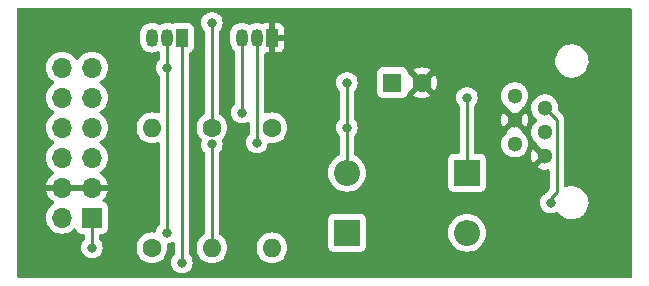
<source format=gbr>
%TF.GenerationSoftware,KiCad,Pcbnew,7.0.7*%
%TF.CreationDate,2023-08-25T15:40:09+02:00*%
%TF.ProjectId,blaat_p1if,626c6161-745f-4703-9169-662e6b696361,rev?*%
%TF.SameCoordinates,Original*%
%TF.FileFunction,Copper,L2,Bot*%
%TF.FilePolarity,Positive*%
%FSLAX46Y46*%
G04 Gerber Fmt 4.6, Leading zero omitted, Abs format (unit mm)*
G04 Created by KiCad (PCBNEW 7.0.7) date 2023-08-25 15:40:09*
%MOMM*%
%LPD*%
G01*
G04 APERTURE LIST*
%TA.AperFunction,ComponentPad*%
%ADD10C,1.300000*%
%TD*%
%TA.AperFunction,ComponentPad*%
%ADD11C,1.600000*%
%TD*%
%TA.AperFunction,ComponentPad*%
%ADD12O,1.600000X1.600000*%
%TD*%
%TA.AperFunction,ComponentPad*%
%ADD13R,1.700000X1.700000*%
%TD*%
%TA.AperFunction,ComponentPad*%
%ADD14O,1.700000X1.700000*%
%TD*%
%TA.AperFunction,ComponentPad*%
%ADD15R,1.600000X1.600000*%
%TD*%
%TA.AperFunction,ComponentPad*%
%ADD16R,1.050000X1.500000*%
%TD*%
%TA.AperFunction,ComponentPad*%
%ADD17O,1.050000X1.500000*%
%TD*%
%TA.AperFunction,ComponentPad*%
%ADD18R,2.200000X2.200000*%
%TD*%
%TA.AperFunction,ComponentPad*%
%ADD19O,2.200000X2.200000*%
%TD*%
%TA.AperFunction,ViaPad*%
%ADD20C,0.800000*%
%TD*%
%TA.AperFunction,Conductor*%
%ADD21C,0.250000*%
%TD*%
G04 APERTURE END LIST*
D10*
%TO.P,J1,1*%
%TO.N,Net-(D2-K)*%
X134860000Y-58250000D03*
%TO.P,J1,2*%
%TO.N,SM_DATA_REQUEST*%
X137400000Y-59270000D03*
%TO.P,J1,3*%
%TO.N,GND*%
X134860000Y-60290000D03*
%TO.P,J1,4*%
%TO.N,unconnected-(J1-Pad4)*%
X137400000Y-61310000D03*
%TO.P,J1,5*%
%TO.N,~{SM_DATA}*%
X134860000Y-62330000D03*
%TO.P,J1,6*%
%TO.N,GND*%
X137400000Y-63350000D03*
%TD*%
D11*
%TO.P,R3,1*%
%TO.N,+5V*%
X114300000Y-60960000D03*
D12*
%TO.P,R3,2*%
%TO.N,CTS*%
X114300000Y-71120000D03*
%TD*%
D13*
%TO.P,J2,1,Pin_1*%
%TO.N,VCC*%
X99060000Y-68580000D03*
D14*
%TO.P,J2,2,Pin_2*%
X96520000Y-68580000D03*
%TO.P,J2,3,Pin_3*%
%TO.N,GND*%
X99060000Y-66040000D03*
%TO.P,J2,4,Pin_4*%
X96520000Y-66040000D03*
%TO.P,J2,5,Pin_5*%
%TO.N,RTS*%
X99060000Y-63500000D03*
%TO.P,J2,6,Pin_6*%
%TO.N,unconnected-(J2-Pin_6-Pad6)*%
X96520000Y-63500000D03*
%TO.P,J2,7,Pin_7*%
%TO.N,MCU_DATA*%
X99060000Y-60960000D03*
%TO.P,J2,8,Pin_8*%
%TO.N,unconnected-(J2-Pin_8-Pad8)*%
X96520000Y-60960000D03*
%TO.P,J2,9,Pin_9*%
%TO.N,TXD*%
X99060000Y-58420000D03*
%TO.P,J2,10,Pin_10*%
%TO.N,unconnected-(J2-Pin_10-Pad10)*%
X96520000Y-58420000D03*
%TO.P,J2,11,Pin_11*%
%TO.N,CTS*%
X99060000Y-55880000D03*
%TO.P,J2,12,Pin_12*%
%TO.N,unconnected-(J2-Pin_12-Pad12)*%
X96520000Y-55880000D03*
%TD*%
D15*
%TO.P,C1,1*%
%TO.N,+5V*%
X124500000Y-57150000D03*
D11*
%TO.P,C1,2*%
%TO.N,GND*%
X127000000Y-57150000D03*
%TD*%
D16*
%TO.P,Q1,1,D*%
%TO.N,Net-(D1-A)*%
X106680000Y-53340000D03*
D17*
%TO.P,Q1,2,G*%
%TO.N,CTS*%
X105410000Y-53340000D03*
%TO.P,Q1,3,S*%
%TO.N,+5V*%
X104140000Y-53340000D03*
%TD*%
D16*
%TO.P,Q2,1,S*%
%TO.N,GND*%
X114300000Y-53340000D03*
D17*
%TO.P,Q2,2,G*%
%TO.N,~{SM_DATA}*%
X113030000Y-53340000D03*
%TO.P,Q2,3,D*%
%TO.N,MCU_DATA*%
X111760000Y-53340000D03*
%TD*%
D12*
%TO.P,R2,2*%
%TO.N,~{SM_DATA}*%
X109220000Y-71120000D03*
D11*
%TO.P,R2,1*%
%TO.N,+5V*%
X109220000Y-60960000D03*
%TD*%
D18*
%TO.P,D2,1,K*%
%TO.N,Net-(D2-K)*%
X130810000Y-64770000D03*
D19*
%TO.P,D2,2,A*%
%TO.N,+5V*%
X120650000Y-64770000D03*
%TD*%
D18*
%TO.P,D1,1,K*%
%TO.N,SM_DATA_REQUEST*%
X120650000Y-69850000D03*
D19*
%TO.P,D1,2,A*%
%TO.N,Net-(D1-A)*%
X130810000Y-69850000D03*
%TD*%
D11*
%TO.P,R1,1*%
%TO.N,VCC*%
X104140000Y-71120000D03*
D12*
%TO.P,R1,2*%
%TO.N,MCU_DATA*%
X104140000Y-60960000D03*
%TD*%
D20*
%TO.N,Net-(D2-K)*%
X130810000Y-58420000D03*
%TO.N,VCC*%
X99060000Y-71120000D03*
%TO.N,+5V*%
X109220000Y-52070000D03*
%TO.N,CTS*%
X105410000Y-55880000D03*
%TO.N,~{SM_DATA}*%
X109220000Y-62359503D03*
%TO.N,CTS*%
X105410000Y-69850000D03*
%TO.N,MCU_DATA*%
X111760000Y-59690000D03*
%TO.N,+5V*%
X120650000Y-60960000D03*
X120650000Y-57150000D03*
%TO.N,~{SM_DATA}*%
X113030000Y-62230000D03*
%TO.N,SM_DATA_REQUEST*%
X137900500Y-67310000D03*
%TO.N,Net-(D1-A)*%
X106680000Y-72390000D03*
%TD*%
D21*
%TO.N,Net-(D2-K)*%
X130810000Y-64770000D02*
X130810000Y-58420000D01*
%TO.N,VCC*%
X99060000Y-71120000D02*
X99060000Y-68580000D01*
%TO.N,+5V*%
X109220000Y-60960000D02*
X109220000Y-52070000D01*
%TO.N,CTS*%
X105410000Y-53340000D02*
X105410000Y-55880000D01*
X105410000Y-55880000D02*
X105410000Y-69850000D01*
%TO.N,~{SM_DATA}*%
X109220000Y-71120000D02*
X109220000Y-62359503D01*
%TO.N,MCU_DATA*%
X111760000Y-59690000D02*
X111760000Y-53340000D01*
%TO.N,+5V*%
X120650000Y-57150000D02*
X120650000Y-60960000D01*
X120650000Y-60960000D02*
X120650000Y-64770000D01*
%TO.N,~{SM_DATA}*%
X113030000Y-62230000D02*
X113030000Y-53340000D01*
%TO.N,SM_DATA_REQUEST*%
X137900500Y-67310000D02*
X137900500Y-66952824D01*
X137900500Y-66952824D02*
X138430000Y-66423324D01*
X138430000Y-66423324D02*
X138430000Y-60300000D01*
X138430000Y-60300000D02*
X137400000Y-59270000D01*
%TO.N,Net-(D1-A)*%
X106680000Y-72390000D02*
X106680000Y-53340000D01*
%TD*%
%TA.AperFunction,Conductor*%
%TO.N,GND*%
G36*
X98513692Y-65809685D02*
G01*
X98559447Y-65862489D01*
X98569391Y-65931647D01*
X98565631Y-65948933D01*
X98560000Y-65968111D01*
X98560000Y-66111889D01*
X98563856Y-66125022D01*
X98565631Y-66131067D01*
X98565630Y-66200936D01*
X98527855Y-66259714D01*
X98464299Y-66288738D01*
X98446653Y-66290000D01*
X97133347Y-66290000D01*
X97066308Y-66270315D01*
X97020553Y-66217511D01*
X97010609Y-66148353D01*
X97014369Y-66131067D01*
X97016143Y-66125022D01*
X97020000Y-66111889D01*
X97020000Y-65968111D01*
X97014368Y-65948933D01*
X97014370Y-65879064D01*
X97052145Y-65820286D01*
X97115701Y-65791262D01*
X97133347Y-65790000D01*
X98446653Y-65790000D01*
X98513692Y-65809685D01*
G37*
%TD.AperFunction*%
%TA.AperFunction,Conductor*%
G36*
X144722539Y-50820185D02*
G01*
X144768294Y-50872989D01*
X144779500Y-50924500D01*
X144779500Y-73535500D01*
X144759815Y-73602539D01*
X144707011Y-73648294D01*
X144655500Y-73659500D01*
X92834500Y-73659500D01*
X92767461Y-73639815D01*
X92721706Y-73587011D01*
X92710500Y-73535500D01*
X92710500Y-68580000D01*
X95164341Y-68580000D01*
X95184936Y-68815403D01*
X95184938Y-68815413D01*
X95246094Y-69043655D01*
X95246096Y-69043659D01*
X95246097Y-69043663D01*
X95282226Y-69121141D01*
X95345965Y-69257830D01*
X95345967Y-69257834D01*
X95387945Y-69317784D01*
X95481505Y-69451401D01*
X95648599Y-69618495D01*
X95745384Y-69686265D01*
X95842165Y-69754032D01*
X95842167Y-69754033D01*
X95842170Y-69754035D01*
X96056337Y-69853903D01*
X96284592Y-69915063D01*
X96461034Y-69930500D01*
X96519999Y-69935659D01*
X96520000Y-69935659D01*
X96520001Y-69935659D01*
X96578966Y-69930500D01*
X96755408Y-69915063D01*
X96983663Y-69853903D01*
X97197830Y-69754035D01*
X97391401Y-69618495D01*
X97513329Y-69496566D01*
X97574648Y-69463084D01*
X97644340Y-69468068D01*
X97700274Y-69509939D01*
X97717189Y-69540917D01*
X97766202Y-69672328D01*
X97766206Y-69672335D01*
X97852452Y-69787544D01*
X97852455Y-69787547D01*
X97967664Y-69873793D01*
X97967671Y-69873797D01*
X98012618Y-69890561D01*
X98102517Y-69924091D01*
X98162127Y-69930500D01*
X98310500Y-69930499D01*
X98377539Y-69950183D01*
X98423294Y-70002987D01*
X98434500Y-70054499D01*
X98434500Y-70421312D01*
X98414815Y-70488351D01*
X98402650Y-70504284D01*
X98327466Y-70587784D01*
X98232821Y-70751715D01*
X98232818Y-70751722D01*
X98186813Y-70893313D01*
X98174326Y-70931744D01*
X98154540Y-71120000D01*
X98174326Y-71308256D01*
X98174327Y-71308259D01*
X98232818Y-71488277D01*
X98232821Y-71488284D01*
X98327467Y-71652216D01*
X98435982Y-71772734D01*
X98454129Y-71792888D01*
X98607265Y-71904148D01*
X98607270Y-71904151D01*
X98780192Y-71981142D01*
X98780197Y-71981144D01*
X98965354Y-72020500D01*
X98965355Y-72020500D01*
X99154644Y-72020500D01*
X99154646Y-72020500D01*
X99339803Y-71981144D01*
X99512730Y-71904151D01*
X99665871Y-71792888D01*
X99792533Y-71652216D01*
X99887179Y-71488284D01*
X99945674Y-71308256D01*
X99965460Y-71120001D01*
X102834532Y-71120001D01*
X102854364Y-71346686D01*
X102854366Y-71346697D01*
X102913258Y-71566488D01*
X102913261Y-71566497D01*
X103009431Y-71772732D01*
X103009432Y-71772734D01*
X103139954Y-71959141D01*
X103300858Y-72120045D01*
X103300861Y-72120047D01*
X103487266Y-72250568D01*
X103693504Y-72346739D01*
X103913308Y-72405635D01*
X104075230Y-72419801D01*
X104139998Y-72425468D01*
X104140000Y-72425468D01*
X104140002Y-72425468D01*
X104196673Y-72420509D01*
X104366692Y-72405635D01*
X104586496Y-72346739D01*
X104792734Y-72250568D01*
X104979139Y-72120047D01*
X105140047Y-71959139D01*
X105270568Y-71772734D01*
X105366739Y-71566496D01*
X105425635Y-71346692D01*
X105445468Y-71120000D01*
X105425635Y-70893308D01*
X105425632Y-70893298D01*
X105425012Y-70889779D01*
X105425188Y-70888199D01*
X105425163Y-70887914D01*
X105425220Y-70887908D01*
X105432752Y-70820340D01*
X105476806Y-70766108D01*
X105521346Y-70746950D01*
X105689803Y-70711144D01*
X105862730Y-70634151D01*
X105862733Y-70634148D01*
X105868363Y-70630899D01*
X105869904Y-70633569D01*
X105922948Y-70614415D01*
X105991062Y-70629980D01*
X106039948Y-70679900D01*
X106054500Y-70738185D01*
X106054500Y-71691312D01*
X106034815Y-71758351D01*
X106022650Y-71774284D01*
X105947466Y-71857784D01*
X105852821Y-72021715D01*
X105852818Y-72021722D01*
X105794327Y-72201740D01*
X105794326Y-72201744D01*
X105774540Y-72390000D01*
X105794326Y-72578256D01*
X105794327Y-72578259D01*
X105852818Y-72758277D01*
X105852821Y-72758284D01*
X105947467Y-72922216D01*
X106074128Y-73062888D01*
X106074129Y-73062888D01*
X106227265Y-73174148D01*
X106227270Y-73174151D01*
X106400192Y-73251142D01*
X106400197Y-73251144D01*
X106585354Y-73290500D01*
X106585355Y-73290500D01*
X106774644Y-73290500D01*
X106774646Y-73290500D01*
X106959803Y-73251144D01*
X107132730Y-73174151D01*
X107285871Y-73062888D01*
X107412533Y-72922216D01*
X107507179Y-72758284D01*
X107565674Y-72578256D01*
X107585460Y-72390000D01*
X107565674Y-72201744D01*
X107507179Y-72021716D01*
X107412533Y-71857784D01*
X107337350Y-71774284D01*
X107307120Y-71711292D01*
X107305500Y-71691312D01*
X107305500Y-71120001D01*
X107914532Y-71120001D01*
X107934364Y-71346686D01*
X107934366Y-71346697D01*
X107993258Y-71566488D01*
X107993261Y-71566497D01*
X108089431Y-71772732D01*
X108089432Y-71772734D01*
X108219954Y-71959141D01*
X108380858Y-72120045D01*
X108380861Y-72120047D01*
X108567266Y-72250568D01*
X108773504Y-72346739D01*
X108993308Y-72405635D01*
X109155230Y-72419801D01*
X109219998Y-72425468D01*
X109220000Y-72425468D01*
X109220002Y-72425468D01*
X109276673Y-72420509D01*
X109446692Y-72405635D01*
X109666496Y-72346739D01*
X109872734Y-72250568D01*
X110059139Y-72120047D01*
X110220047Y-71959139D01*
X110350568Y-71772734D01*
X110446739Y-71566496D01*
X110505635Y-71346692D01*
X110525468Y-71120001D01*
X112994532Y-71120001D01*
X113014364Y-71346686D01*
X113014366Y-71346697D01*
X113073258Y-71566488D01*
X113073261Y-71566497D01*
X113169431Y-71772732D01*
X113169432Y-71772734D01*
X113299954Y-71959141D01*
X113460858Y-72120045D01*
X113460861Y-72120047D01*
X113647266Y-72250568D01*
X113853504Y-72346739D01*
X114073308Y-72405635D01*
X114235230Y-72419801D01*
X114299998Y-72425468D01*
X114300000Y-72425468D01*
X114300002Y-72425468D01*
X114356673Y-72420509D01*
X114526692Y-72405635D01*
X114746496Y-72346739D01*
X114952734Y-72250568D01*
X115139139Y-72120047D01*
X115300047Y-71959139D01*
X115430568Y-71772734D01*
X115526739Y-71566496D01*
X115585635Y-71346692D01*
X115605468Y-71120000D01*
X115594783Y-70997870D01*
X119049500Y-70997870D01*
X119049501Y-70997876D01*
X119055908Y-71057483D01*
X119106202Y-71192328D01*
X119106206Y-71192335D01*
X119192452Y-71307544D01*
X119192455Y-71307547D01*
X119307664Y-71393793D01*
X119307671Y-71393797D01*
X119442517Y-71444091D01*
X119442516Y-71444091D01*
X119449444Y-71444835D01*
X119502127Y-71450500D01*
X121797872Y-71450499D01*
X121857483Y-71444091D01*
X121992331Y-71393796D01*
X122107546Y-71307546D01*
X122193796Y-71192331D01*
X122244091Y-71057483D01*
X122250500Y-70997873D01*
X122250499Y-69849999D01*
X129204551Y-69849999D01*
X129224317Y-70101151D01*
X129283126Y-70346110D01*
X129379533Y-70578859D01*
X129511160Y-70793653D01*
X129511161Y-70793656D01*
X129566604Y-70858571D01*
X129674776Y-70985224D01*
X129823066Y-71111875D01*
X129866343Y-71148838D01*
X129866346Y-71148839D01*
X130081140Y-71280466D01*
X130241011Y-71346686D01*
X130313889Y-71376873D01*
X130558852Y-71435683D01*
X130810000Y-71455449D01*
X131061148Y-71435683D01*
X131306111Y-71376873D01*
X131538859Y-71280466D01*
X131753659Y-71148836D01*
X131945224Y-70985224D01*
X132108836Y-70793659D01*
X132240466Y-70578859D01*
X132336873Y-70346111D01*
X132395683Y-70101148D01*
X132415449Y-69850000D01*
X132395683Y-69598852D01*
X132336873Y-69353889D01*
X132272680Y-69198912D01*
X132240466Y-69121140D01*
X132108839Y-68906346D01*
X132108838Y-68906343D01*
X132031172Y-68815408D01*
X131945224Y-68714776D01*
X131787422Y-68580000D01*
X131753656Y-68551161D01*
X131753653Y-68551160D01*
X131538859Y-68419533D01*
X131306110Y-68323126D01*
X131061151Y-68264317D01*
X130810000Y-68244551D01*
X130558848Y-68264317D01*
X130313889Y-68323126D01*
X130081140Y-68419533D01*
X129866346Y-68551160D01*
X129866343Y-68551161D01*
X129674776Y-68714776D01*
X129511161Y-68906343D01*
X129511160Y-68906346D01*
X129379533Y-69121140D01*
X129283126Y-69353889D01*
X129224317Y-69598848D01*
X129204551Y-69849999D01*
X122250499Y-69849999D01*
X122250499Y-68702128D01*
X122244091Y-68642517D01*
X122220773Y-68579999D01*
X122193797Y-68507671D01*
X122193793Y-68507664D01*
X122107547Y-68392455D01*
X122107544Y-68392452D01*
X121992335Y-68306206D01*
X121992328Y-68306202D01*
X121857482Y-68255908D01*
X121857483Y-68255908D01*
X121797883Y-68249501D01*
X121797881Y-68249500D01*
X121797873Y-68249500D01*
X121797864Y-68249500D01*
X119502129Y-68249500D01*
X119502123Y-68249501D01*
X119442516Y-68255908D01*
X119307671Y-68306202D01*
X119307664Y-68306206D01*
X119192455Y-68392452D01*
X119192452Y-68392455D01*
X119106206Y-68507664D01*
X119106202Y-68507671D01*
X119055908Y-68642517D01*
X119052931Y-68670211D01*
X119049501Y-68702123D01*
X119049500Y-68702135D01*
X119049500Y-70997870D01*
X115594783Y-70997870D01*
X115585635Y-70893308D01*
X115526739Y-70673504D01*
X115430568Y-70467266D01*
X115300047Y-70280861D01*
X115300045Y-70280858D01*
X115139141Y-70119954D01*
X114952734Y-69989432D01*
X114952732Y-69989431D01*
X114746497Y-69893261D01*
X114746488Y-69893258D01*
X114526697Y-69834366D01*
X114526693Y-69834365D01*
X114526692Y-69834365D01*
X114526691Y-69834364D01*
X114526686Y-69834364D01*
X114300002Y-69814532D01*
X114299998Y-69814532D01*
X114073313Y-69834364D01*
X114073302Y-69834366D01*
X113853511Y-69893258D01*
X113853502Y-69893261D01*
X113647267Y-69989431D01*
X113647265Y-69989432D01*
X113460858Y-70119954D01*
X113299954Y-70280858D01*
X113169432Y-70467265D01*
X113169431Y-70467267D01*
X113073261Y-70673502D01*
X113073258Y-70673511D01*
X113014366Y-70893302D01*
X113014364Y-70893313D01*
X112994532Y-71119998D01*
X112994532Y-71120001D01*
X110525468Y-71120001D01*
X110525468Y-71120000D01*
X110505635Y-70893308D01*
X110446739Y-70673504D01*
X110350568Y-70467266D01*
X110220047Y-70280861D01*
X110220045Y-70280858D01*
X110059140Y-70119953D01*
X109898377Y-70007386D01*
X109854752Y-69952809D01*
X109845500Y-69905811D01*
X109845500Y-64770000D01*
X119044551Y-64770000D01*
X119064317Y-65021151D01*
X119123126Y-65266110D01*
X119219533Y-65498859D01*
X119351160Y-65713653D01*
X119351161Y-65713656D01*
X119351164Y-65713659D01*
X119514776Y-65905224D01*
X119659945Y-66029210D01*
X119706343Y-66068838D01*
X119706346Y-66068839D01*
X119921140Y-66200466D01*
X120064179Y-66259714D01*
X120153889Y-66296873D01*
X120398852Y-66355683D01*
X120650000Y-66375449D01*
X120901148Y-66355683D01*
X121146111Y-66296873D01*
X121378859Y-66200466D01*
X121593659Y-66068836D01*
X121770417Y-65917870D01*
X129209500Y-65917870D01*
X129209501Y-65917876D01*
X129215908Y-65977483D01*
X129266202Y-66112328D01*
X129266206Y-66112335D01*
X129352452Y-66227544D01*
X129352455Y-66227547D01*
X129467664Y-66313793D01*
X129467671Y-66313797D01*
X129602517Y-66364091D01*
X129602516Y-66364091D01*
X129609444Y-66364835D01*
X129662127Y-66370500D01*
X131957872Y-66370499D01*
X132017483Y-66364091D01*
X132152331Y-66313796D01*
X132267546Y-66227546D01*
X132353796Y-66112331D01*
X132404091Y-65977483D01*
X132410500Y-65917873D01*
X132410499Y-63622128D01*
X132404091Y-63562517D01*
X132398391Y-63547235D01*
X132353797Y-63427671D01*
X132353793Y-63427664D01*
X132267547Y-63312455D01*
X132267544Y-63312452D01*
X132152335Y-63226206D01*
X132152328Y-63226202D01*
X132017482Y-63175908D01*
X132017483Y-63175908D01*
X131957883Y-63169501D01*
X131957881Y-63169500D01*
X131957873Y-63169500D01*
X131957865Y-63169500D01*
X131559500Y-63169500D01*
X131492461Y-63149815D01*
X131446706Y-63097011D01*
X131435500Y-63045500D01*
X131435500Y-62330000D01*
X133704570Y-62330000D01*
X133724244Y-62542310D01*
X133782596Y-62747392D01*
X133782596Y-62747394D01*
X133877632Y-62938253D01*
X133993090Y-63091142D01*
X134006128Y-63108407D01*
X134163698Y-63252052D01*
X134344981Y-63364298D01*
X134543802Y-63441321D01*
X134753390Y-63480500D01*
X134753392Y-63480500D01*
X134966608Y-63480500D01*
X134966610Y-63480500D01*
X135176198Y-63441321D01*
X135375019Y-63364298D01*
X135556302Y-63252052D01*
X135713872Y-63108407D01*
X135842366Y-62938255D01*
X135845091Y-62932783D01*
X135937403Y-62747394D01*
X135937403Y-62747393D01*
X135937405Y-62747389D01*
X135995756Y-62542310D01*
X136015429Y-62330000D01*
X135995756Y-62117690D01*
X135937405Y-61912611D01*
X135937403Y-61912606D01*
X135937403Y-61912605D01*
X135842367Y-61721746D01*
X135713872Y-61551593D01*
X135648737Y-61492214D01*
X135556302Y-61407948D01*
X135556300Y-61407946D01*
X135556297Y-61407944D01*
X135533340Y-61393729D01*
X135486706Y-61341700D01*
X135481433Y-61310000D01*
X136244571Y-61310000D01*
X136264244Y-61522310D01*
X136320989Y-61721746D01*
X136322596Y-61727392D01*
X136322596Y-61727394D01*
X136417632Y-61918253D01*
X136516359Y-62048987D01*
X136546128Y-62088407D01*
X136703698Y-62232052D01*
X136725632Y-62245633D01*
X136726656Y-62246267D01*
X136773291Y-62298295D01*
X136784552Y-62365983D01*
X136782991Y-62379437D01*
X137216133Y-62812580D01*
X137249618Y-62873903D01*
X137244634Y-62943595D01*
X137202762Y-62999528D01*
X137184748Y-63010745D01*
X137161956Y-63022358D01*
X137161949Y-63022363D01*
X137072363Y-63111949D01*
X137072358Y-63111956D01*
X137060745Y-63134748D01*
X137012770Y-63185544D01*
X136944949Y-63202338D01*
X136878814Y-63179800D01*
X136862580Y-63166133D01*
X136426835Y-62730389D01*
X136418056Y-62742015D01*
X136323066Y-62932783D01*
X136323058Y-62932803D01*
X136264738Y-63137780D01*
X136264737Y-63137783D01*
X136245073Y-63349999D01*
X136245073Y-63350000D01*
X136264737Y-63562216D01*
X136264738Y-63562219D01*
X136323058Y-63767196D01*
X136323066Y-63767216D01*
X136418060Y-63957990D01*
X136426834Y-63969609D01*
X136862579Y-63533865D01*
X136923902Y-63500380D01*
X136993593Y-63505364D01*
X137049527Y-63547235D01*
X137060744Y-63565250D01*
X137072358Y-63588043D01*
X137072363Y-63588050D01*
X137161949Y-63677636D01*
X137161951Y-63677637D01*
X137161955Y-63677641D01*
X137184747Y-63689254D01*
X137235542Y-63737228D01*
X137252337Y-63805049D01*
X137229799Y-63871184D01*
X137216132Y-63887419D01*
X136782991Y-64320560D01*
X136782992Y-64320561D01*
X136885201Y-64383845D01*
X136885210Y-64383850D01*
X137083936Y-64460836D01*
X137083941Y-64460837D01*
X137293439Y-64500000D01*
X137506561Y-64500000D01*
X137657715Y-64471744D01*
X137727230Y-64478775D01*
X137781908Y-64522272D01*
X137804391Y-64588426D01*
X137804500Y-64593633D01*
X137804500Y-66112871D01*
X137784815Y-66179910D01*
X137768181Y-66200552D01*
X137516711Y-66452021D01*
X137504448Y-66461846D01*
X137504631Y-66462068D01*
X137498621Y-66467039D01*
X137451272Y-66517460D01*
X137436802Y-66531930D01*
X137422006Y-66544567D01*
X137294629Y-66637111D01*
X137167966Y-66777785D01*
X137073321Y-66941715D01*
X137073318Y-66941722D01*
X137029005Y-67078105D01*
X137014826Y-67121744D01*
X136995040Y-67310000D01*
X137014826Y-67498256D01*
X137014827Y-67498259D01*
X137073318Y-67678277D01*
X137073321Y-67678284D01*
X137167967Y-67842216D01*
X137221951Y-67902171D01*
X137294629Y-67982888D01*
X137447765Y-68094148D01*
X137447770Y-68094151D01*
X137620692Y-68171142D01*
X137620697Y-68171144D01*
X137805854Y-68210500D01*
X137805855Y-68210500D01*
X137995144Y-68210500D01*
X137995146Y-68210500D01*
X138180303Y-68171144D01*
X138303405Y-68116335D01*
X138353228Y-68094152D01*
X138353228Y-68094151D01*
X138353230Y-68094151D01*
X138372688Y-68080013D01*
X138438492Y-68056533D01*
X138506547Y-68072357D01*
X138551163Y-68115315D01*
X138551797Y-68116344D01*
X138569931Y-68145795D01*
X138727436Y-68324755D01*
X138912920Y-68474523D01*
X139121046Y-68590790D01*
X139345828Y-68670211D01*
X139345829Y-68670211D01*
X139580790Y-68710499D01*
X139580798Y-68710499D01*
X139580800Y-68710500D01*
X139580801Y-68710500D01*
X139759502Y-68710500D01*
X139937536Y-68695347D01*
X139937539Y-68695346D01*
X139937541Y-68695346D01*
X140168249Y-68635275D01*
X140300973Y-68575279D01*
X140385480Y-68537080D01*
X140385481Y-68537078D01*
X140385486Y-68537077D01*
X140583003Y-68403579D01*
X140755118Y-68238621D01*
X140896879Y-68046947D01*
X141004207Y-67834074D01*
X141074016Y-67606123D01*
X141104298Y-67369654D01*
X141103747Y-67356692D01*
X141094180Y-67131471D01*
X141094180Y-67131467D01*
X141043954Y-66898419D01*
X140955064Y-66677211D01*
X140955064Y-66677210D01*
X140830069Y-66474205D01*
X140672564Y-66295245D01*
X140487080Y-66145477D01*
X140349891Y-66068838D01*
X140278955Y-66029210D01*
X140054170Y-65949788D01*
X139819209Y-65909500D01*
X139819200Y-65909500D01*
X139640503Y-65909500D01*
X139640498Y-65909500D01*
X139462463Y-65924652D01*
X139231751Y-65984724D01*
X139230562Y-65985262D01*
X139230013Y-65985338D01*
X139226789Y-65986478D01*
X139226557Y-65985821D01*
X139161365Y-65994930D01*
X139097925Y-65965652D01*
X139060385Y-65906724D01*
X139055500Y-65872263D01*
X139055500Y-60382742D01*
X139057224Y-60367122D01*
X139056939Y-60367096D01*
X139057671Y-60359340D01*
X139057673Y-60359333D01*
X139055500Y-60290185D01*
X139055500Y-60260650D01*
X139054631Y-60253772D01*
X139054172Y-60247943D01*
X139052709Y-60201372D01*
X139047122Y-60182144D01*
X139043174Y-60163084D01*
X139040663Y-60143204D01*
X139023512Y-60099887D01*
X139021619Y-60094358D01*
X139008618Y-60049609D01*
X139008616Y-60049606D01*
X138998423Y-60032371D01*
X138989861Y-60014894D01*
X138982487Y-59996270D01*
X138982486Y-59996268D01*
X138955079Y-59958545D01*
X138951888Y-59953686D01*
X138950148Y-59950744D01*
X138932857Y-59921505D01*
X138928172Y-59913583D01*
X138928165Y-59913574D01*
X138914006Y-59899415D01*
X138901368Y-59884619D01*
X138896745Y-59878256D01*
X138889594Y-59868413D01*
X138853688Y-59838709D01*
X138849376Y-59834786D01*
X138573621Y-59559030D01*
X138540136Y-59497707D01*
X138537831Y-59459912D01*
X138555429Y-59270000D01*
X138535756Y-59057690D01*
X138477405Y-58852611D01*
X138477403Y-58852606D01*
X138477403Y-58852605D01*
X138382367Y-58661746D01*
X138253872Y-58491593D01*
X138201765Y-58444091D01*
X138096302Y-58347948D01*
X137915019Y-58235702D01*
X137915017Y-58235701D01*
X137783072Y-58184586D01*
X137716198Y-58158679D01*
X137506610Y-58119500D01*
X137293390Y-58119500D01*
X137083802Y-58158679D01*
X137083799Y-58158679D01*
X137083799Y-58158680D01*
X136884982Y-58235701D01*
X136884980Y-58235702D01*
X136703699Y-58347947D01*
X136546127Y-58491593D01*
X136417632Y-58661746D01*
X136322596Y-58852605D01*
X136322596Y-58852607D01*
X136264244Y-59057689D01*
X136260525Y-59097830D01*
X136244571Y-59270000D01*
X136264244Y-59482310D01*
X136306536Y-59630950D01*
X136322596Y-59687392D01*
X136322596Y-59687394D01*
X136417632Y-59878253D01*
X136534018Y-60032371D01*
X136546128Y-60048407D01*
X136703698Y-60192052D01*
X136703699Y-60192053D01*
X136707935Y-60195914D01*
X136706858Y-60197095D01*
X136744007Y-60247172D01*
X136748688Y-60316885D01*
X136714937Y-60378062D01*
X136706984Y-60384952D01*
X136546127Y-60531593D01*
X136417632Y-60701746D01*
X136322596Y-60892605D01*
X136322596Y-60892607D01*
X136303421Y-60960001D01*
X136264244Y-61097690D01*
X136244571Y-61310000D01*
X135481433Y-61310000D01*
X135475446Y-61274013D01*
X135477006Y-61260560D01*
X135043866Y-60827419D01*
X135010381Y-60766096D01*
X135015365Y-60696404D01*
X135057237Y-60640471D01*
X135075245Y-60629258D01*
X135098045Y-60617641D01*
X135187641Y-60528045D01*
X135199254Y-60505252D01*
X135247225Y-60454458D01*
X135315046Y-60437661D01*
X135381181Y-60460197D01*
X135397419Y-60473866D01*
X135833163Y-60909610D01*
X135841935Y-60897996D01*
X135841938Y-60897991D01*
X135936935Y-60707211D01*
X135936941Y-60707196D01*
X135995261Y-60502219D01*
X135995262Y-60502216D01*
X136014927Y-60290000D01*
X136014927Y-60289999D01*
X135995262Y-60077783D01*
X135995261Y-60077780D01*
X135936941Y-59872803D01*
X135936933Y-59872783D01*
X135841940Y-59682010D01*
X135833163Y-59670388D01*
X135397419Y-60106132D01*
X135336096Y-60139617D01*
X135266404Y-60134633D01*
X135210471Y-60092761D01*
X135199256Y-60074751D01*
X135187641Y-60051955D01*
X135187637Y-60051951D01*
X135187636Y-60051949D01*
X135098050Y-59962363D01*
X135098046Y-59962360D01*
X135098045Y-59962359D01*
X135090615Y-59958573D01*
X135075250Y-59950744D01*
X135024454Y-59902769D01*
X135007660Y-59834948D01*
X135030198Y-59768813D01*
X135043865Y-59752579D01*
X135477006Y-59319438D01*
X135475446Y-59305985D01*
X135487273Y-59237123D01*
X135533342Y-59186268D01*
X135556302Y-59172052D01*
X135713872Y-59028407D01*
X135842366Y-58858255D01*
X135937405Y-58667389D01*
X135995756Y-58462310D01*
X136015429Y-58250000D01*
X135995756Y-58037690D01*
X135937405Y-57832611D01*
X135937403Y-57832606D01*
X135937403Y-57832605D01*
X135842367Y-57641746D01*
X135713872Y-57471593D01*
X135622230Y-57388050D01*
X135556302Y-57327948D01*
X135375019Y-57215702D01*
X135375017Y-57215701D01*
X135205421Y-57150000D01*
X135176198Y-57138679D01*
X134966610Y-57099500D01*
X134753390Y-57099500D01*
X134543802Y-57138679D01*
X134543799Y-57138679D01*
X134543799Y-57138680D01*
X134344982Y-57215701D01*
X134344980Y-57215702D01*
X134163699Y-57327947D01*
X134006127Y-57471593D01*
X133877632Y-57641746D01*
X133782596Y-57832605D01*
X133782596Y-57832607D01*
X133724244Y-58037689D01*
X133704570Y-58249999D01*
X133704570Y-58250000D01*
X133716271Y-58376265D01*
X133724244Y-58462310D01*
X133780989Y-58661746D01*
X133782596Y-58667392D01*
X133782596Y-58667394D01*
X133877632Y-58858253D01*
X133978115Y-58991312D01*
X134006128Y-59028407D01*
X134163698Y-59172052D01*
X134186653Y-59186265D01*
X134186656Y-59186267D01*
X134233291Y-59238295D01*
X134244552Y-59305983D01*
X134242991Y-59319437D01*
X134676133Y-59752580D01*
X134709618Y-59813903D01*
X134704634Y-59883595D01*
X134662762Y-59939528D01*
X134644748Y-59950745D01*
X134621956Y-59962358D01*
X134621949Y-59962363D01*
X134532363Y-60051949D01*
X134532358Y-60051956D01*
X134520745Y-60074748D01*
X134472770Y-60125544D01*
X134404949Y-60142338D01*
X134338814Y-60119800D01*
X134322580Y-60106133D01*
X133886835Y-59670389D01*
X133878056Y-59682015D01*
X133783066Y-59872783D01*
X133783058Y-59872803D01*
X133724738Y-60077780D01*
X133724737Y-60077783D01*
X133705073Y-60289999D01*
X133705073Y-60290000D01*
X133724737Y-60502216D01*
X133724738Y-60502219D01*
X133783058Y-60707196D01*
X133783066Y-60707216D01*
X133878060Y-60897990D01*
X133886834Y-60909609D01*
X134322579Y-60473865D01*
X134383902Y-60440380D01*
X134453593Y-60445364D01*
X134509527Y-60487235D01*
X134520744Y-60505250D01*
X134528209Y-60519900D01*
X134532358Y-60528044D01*
X134532363Y-60528050D01*
X134621949Y-60617636D01*
X134621951Y-60617637D01*
X134621955Y-60617641D01*
X134644747Y-60629254D01*
X134695542Y-60677228D01*
X134712337Y-60745049D01*
X134689799Y-60811184D01*
X134676132Y-60827419D01*
X134242991Y-61260561D01*
X134244552Y-61274016D01*
X134232724Y-61342877D01*
X134186659Y-61393730D01*
X134163700Y-61407946D01*
X134006127Y-61551593D01*
X133877632Y-61721746D01*
X133782596Y-61912605D01*
X133782596Y-61912607D01*
X133724244Y-62117689D01*
X133704570Y-62329999D01*
X133704570Y-62330000D01*
X131435500Y-62330000D01*
X131435500Y-59118687D01*
X131455185Y-59051648D01*
X131467350Y-59035715D01*
X131507330Y-58991312D01*
X131542533Y-58952216D01*
X131637179Y-58788284D01*
X131695674Y-58608256D01*
X131715460Y-58420000D01*
X131695674Y-58231744D01*
X131637179Y-58051716D01*
X131542533Y-57887784D01*
X131415871Y-57747112D01*
X131415870Y-57747111D01*
X131262734Y-57635851D01*
X131262729Y-57635848D01*
X131089807Y-57558857D01*
X131089802Y-57558855D01*
X130944001Y-57527865D01*
X130904646Y-57519500D01*
X130715354Y-57519500D01*
X130682897Y-57526398D01*
X130530197Y-57558855D01*
X130530192Y-57558857D01*
X130357270Y-57635848D01*
X130357265Y-57635851D01*
X130204129Y-57747111D01*
X130077466Y-57887785D01*
X129982821Y-58051715D01*
X129982818Y-58051722D01*
X129925209Y-58229025D01*
X129924326Y-58231744D01*
X129904540Y-58420000D01*
X129924326Y-58608256D01*
X129924327Y-58608259D01*
X129982818Y-58788277D01*
X129982821Y-58788284D01*
X130077467Y-58952216D01*
X130112670Y-58991312D01*
X130152650Y-59035715D01*
X130182880Y-59098706D01*
X130184500Y-59118687D01*
X130184500Y-63045500D01*
X130164815Y-63112539D01*
X130112011Y-63158294D01*
X130060500Y-63169500D01*
X129662129Y-63169500D01*
X129662123Y-63169501D01*
X129602516Y-63175908D01*
X129467671Y-63226202D01*
X129467664Y-63226206D01*
X129352455Y-63312452D01*
X129352452Y-63312455D01*
X129266206Y-63427664D01*
X129266202Y-63427671D01*
X129215908Y-63562517D01*
X129209501Y-63622116D01*
X129209501Y-63622123D01*
X129209500Y-63622135D01*
X129209500Y-65917870D01*
X121770417Y-65917870D01*
X121785224Y-65905224D01*
X121948836Y-65713659D01*
X122080466Y-65498859D01*
X122176873Y-65266111D01*
X122235683Y-65021148D01*
X122255449Y-64770000D01*
X122235683Y-64518852D01*
X122176873Y-64273889D01*
X122080466Y-64041141D01*
X122080466Y-64041140D01*
X121948839Y-63826346D01*
X121948838Y-63826343D01*
X121898321Y-63767196D01*
X121785224Y-63634776D01*
X121627422Y-63500000D01*
X121593656Y-63471161D01*
X121593653Y-63471160D01*
X121378861Y-63339534D01*
X121352045Y-63328427D01*
X121297642Y-63284585D01*
X121275578Y-63218291D01*
X121275500Y-63213922D01*
X121275500Y-61658683D01*
X121295184Y-61591648D01*
X121307350Y-61575714D01*
X121347330Y-61531312D01*
X121382533Y-61492216D01*
X121477179Y-61328284D01*
X121535674Y-61148256D01*
X121555460Y-60960000D01*
X121535674Y-60771744D01*
X121477179Y-60591716D01*
X121382533Y-60427784D01*
X121307350Y-60344284D01*
X121277120Y-60281292D01*
X121275500Y-60261312D01*
X121275500Y-57997870D01*
X123199500Y-57997870D01*
X123199501Y-57997876D01*
X123205908Y-58057483D01*
X123256202Y-58192328D01*
X123256206Y-58192335D01*
X123342452Y-58307544D01*
X123342455Y-58307547D01*
X123457664Y-58393793D01*
X123457671Y-58393797D01*
X123592517Y-58444091D01*
X123592516Y-58444091D01*
X123599444Y-58444835D01*
X123652127Y-58450500D01*
X125347872Y-58450499D01*
X125407483Y-58444091D01*
X125542331Y-58393796D01*
X125657546Y-58307546D01*
X125743796Y-58192331D01*
X125794091Y-58057483D01*
X125800500Y-57997873D01*
X125800499Y-57997845D01*
X125800678Y-57994547D01*
X125802183Y-57994627D01*
X125820112Y-57933326D01*
X125872868Y-57887514D01*
X125916464Y-57879981D01*
X126462580Y-57333865D01*
X126523903Y-57300380D01*
X126593594Y-57305364D01*
X126649528Y-57347235D01*
X126660742Y-57365246D01*
X126666527Y-57376599D01*
X126672358Y-57388044D01*
X126672363Y-57388050D01*
X126761949Y-57477636D01*
X126761951Y-57477637D01*
X126761955Y-57477641D01*
X126784747Y-57489254D01*
X126835542Y-57537228D01*
X126852337Y-57605049D01*
X126829799Y-57671184D01*
X126816132Y-57687419D01*
X126274526Y-58229025D01*
X126274526Y-58229026D01*
X126347512Y-58280131D01*
X126347516Y-58280133D01*
X126553673Y-58376265D01*
X126553682Y-58376269D01*
X126773389Y-58435139D01*
X126773400Y-58435141D01*
X126999998Y-58454966D01*
X127000002Y-58454966D01*
X127226599Y-58435141D01*
X127226610Y-58435139D01*
X127446317Y-58376269D01*
X127446331Y-58376264D01*
X127652478Y-58280136D01*
X127725472Y-58229025D01*
X127183866Y-57687419D01*
X127150381Y-57626096D01*
X127155365Y-57556404D01*
X127197237Y-57500471D01*
X127215245Y-57489258D01*
X127238045Y-57477641D01*
X127327641Y-57388045D01*
X127339254Y-57365252D01*
X127387225Y-57314458D01*
X127455046Y-57297661D01*
X127521181Y-57320197D01*
X127537419Y-57333866D01*
X128079025Y-57875472D01*
X128130136Y-57802478D01*
X128226264Y-57596331D01*
X128226269Y-57596317D01*
X128285139Y-57376610D01*
X128285141Y-57376599D01*
X128304966Y-57150002D01*
X128304966Y-57149997D01*
X128285141Y-56923400D01*
X128285139Y-56923389D01*
X128226269Y-56703682D01*
X128226265Y-56703673D01*
X128130133Y-56497516D01*
X128130131Y-56497512D01*
X128079026Y-56424526D01*
X128079025Y-56424526D01*
X127537419Y-56966132D01*
X127476096Y-56999617D01*
X127406404Y-56994633D01*
X127350471Y-56952761D01*
X127339256Y-56934751D01*
X127327641Y-56911955D01*
X127327637Y-56911951D01*
X127327636Y-56911949D01*
X127238050Y-56822363D01*
X127238044Y-56822358D01*
X127228109Y-56817296D01*
X127215250Y-56810744D01*
X127164456Y-56762773D01*
X127147660Y-56694952D01*
X127170197Y-56628817D01*
X127183865Y-56612580D01*
X127725472Y-56070973D01*
X127652483Y-56019866D01*
X127652481Y-56019865D01*
X127446326Y-55923734D01*
X127446317Y-55923730D01*
X127226610Y-55864860D01*
X127226599Y-55864858D01*
X127000002Y-55845034D01*
X126999998Y-55845034D01*
X126773400Y-55864858D01*
X126773389Y-55864860D01*
X126553682Y-55923730D01*
X126553673Y-55923734D01*
X126347513Y-56019868D01*
X126274526Y-56070973D01*
X126816133Y-56612580D01*
X126849618Y-56673903D01*
X126844634Y-56743595D01*
X126802762Y-56799528D01*
X126784748Y-56810745D01*
X126761956Y-56822358D01*
X126761949Y-56822363D01*
X126672363Y-56911949D01*
X126672358Y-56911956D01*
X126660745Y-56934748D01*
X126612770Y-56985544D01*
X126544949Y-57002338D01*
X126478814Y-56979800D01*
X126462580Y-56966133D01*
X125915797Y-56419351D01*
X125866804Y-56409505D01*
X125816622Y-56360889D01*
X125802011Y-56305364D01*
X125800900Y-56305423D01*
X125800854Y-56305429D01*
X125800853Y-56305426D01*
X125800676Y-56305436D01*
X125800499Y-56302135D01*
X125800499Y-56302128D01*
X125794091Y-56242517D01*
X125758016Y-56145796D01*
X125743797Y-56107671D01*
X125743793Y-56107664D01*
X125657547Y-55992455D01*
X125657544Y-55992452D01*
X125542335Y-55906206D01*
X125542328Y-55906202D01*
X125407482Y-55855908D01*
X125407483Y-55855908D01*
X125347883Y-55849501D01*
X125347881Y-55849500D01*
X125347873Y-55849500D01*
X125347864Y-55849500D01*
X123652129Y-55849500D01*
X123652123Y-55849501D01*
X123592516Y-55855908D01*
X123457671Y-55906202D01*
X123457664Y-55906206D01*
X123342455Y-55992452D01*
X123342452Y-55992455D01*
X123256206Y-56107664D01*
X123256202Y-56107671D01*
X123205908Y-56242517D01*
X123199501Y-56302116D01*
X123199501Y-56302123D01*
X123199500Y-56302135D01*
X123199500Y-57997870D01*
X121275500Y-57997870D01*
X121275500Y-57848687D01*
X121295185Y-57781648D01*
X121307350Y-57765715D01*
X121328549Y-57742171D01*
X121382533Y-57682216D01*
X121477179Y-57518284D01*
X121535674Y-57338256D01*
X121555460Y-57150000D01*
X121535674Y-56961744D01*
X121477179Y-56781716D01*
X121382533Y-56617784D01*
X121255871Y-56477112D01*
X121252308Y-56474523D01*
X121102734Y-56365851D01*
X121102729Y-56365848D01*
X120929807Y-56288857D01*
X120929802Y-56288855D01*
X120784001Y-56257865D01*
X120744646Y-56249500D01*
X120555354Y-56249500D01*
X120522897Y-56256398D01*
X120370197Y-56288855D01*
X120370192Y-56288857D01*
X120197270Y-56365848D01*
X120197265Y-56365851D01*
X120044129Y-56477111D01*
X119917466Y-56617785D01*
X119822821Y-56781715D01*
X119822818Y-56781722D01*
X119764327Y-56961740D01*
X119764326Y-56961744D01*
X119744540Y-57150000D01*
X119764326Y-57338256D01*
X119764327Y-57338259D01*
X119822818Y-57518277D01*
X119822821Y-57518284D01*
X119917467Y-57682216D01*
X119960772Y-57730310D01*
X119992650Y-57765715D01*
X120022880Y-57828706D01*
X120024500Y-57848687D01*
X120024500Y-60261312D01*
X120004815Y-60328351D01*
X119992650Y-60344284D01*
X119917466Y-60427784D01*
X119822821Y-60591715D01*
X119822818Y-60591722D01*
X119766161Y-60766096D01*
X119764326Y-60771744D01*
X119744540Y-60960000D01*
X119764326Y-61148256D01*
X119764327Y-61148259D01*
X119822818Y-61328277D01*
X119822821Y-61328284D01*
X119917467Y-61492216D01*
X119944564Y-61522310D01*
X119992650Y-61575715D01*
X120022880Y-61638706D01*
X120024500Y-61658687D01*
X120024500Y-63213866D01*
X120004815Y-63280905D01*
X119952011Y-63326660D01*
X119947955Y-63328426D01*
X119921142Y-63339532D01*
X119921141Y-63339533D01*
X119706346Y-63471160D01*
X119706343Y-63471161D01*
X119514776Y-63634776D01*
X119351161Y-63826343D01*
X119351160Y-63826346D01*
X119219533Y-64041140D01*
X119123126Y-64273889D01*
X119064317Y-64518848D01*
X119044551Y-64770000D01*
X109845500Y-64770000D01*
X109845500Y-63058190D01*
X109865185Y-62991151D01*
X109877350Y-62975218D01*
X109915558Y-62932783D01*
X109952533Y-62891719D01*
X110047179Y-62727787D01*
X110105674Y-62547759D01*
X110125460Y-62359503D01*
X110105674Y-62171247D01*
X110065947Y-62048983D01*
X110063953Y-61979146D01*
X110096195Y-61922990D01*
X110220047Y-61799139D01*
X110350568Y-61612734D01*
X110446739Y-61406496D01*
X110505635Y-61186692D01*
X110525468Y-60960000D01*
X110505635Y-60733308D01*
X110446739Y-60513504D01*
X110350568Y-60307266D01*
X110220047Y-60120861D01*
X110220045Y-60120858D01*
X110059140Y-59959953D01*
X109898377Y-59847386D01*
X109854752Y-59792809D01*
X109845500Y-59745811D01*
X109845500Y-53615376D01*
X110734500Y-53615376D01*
X110749337Y-53766031D01*
X110807978Y-53959345D01*
X110903198Y-54137488D01*
X110903201Y-54137492D01*
X110903202Y-54137494D01*
X110952342Y-54197372D01*
X111031352Y-54293646D01*
X111089164Y-54341091D01*
X111128499Y-54398837D01*
X111134500Y-54436945D01*
X111134500Y-58991312D01*
X111114815Y-59058351D01*
X111102650Y-59074284D01*
X111027466Y-59157784D01*
X110932821Y-59321715D01*
X110932818Y-59321722D01*
X110874327Y-59501740D01*
X110874326Y-59501744D01*
X110854540Y-59690000D01*
X110874326Y-59878256D01*
X110874327Y-59878259D01*
X110932818Y-60058277D01*
X110932821Y-60058284D01*
X111027467Y-60222216D01*
X111105529Y-60308912D01*
X111154129Y-60362888D01*
X111307265Y-60474148D01*
X111307270Y-60474151D01*
X111480192Y-60551142D01*
X111480197Y-60551144D01*
X111665354Y-60590500D01*
X111665355Y-60590500D01*
X111854644Y-60590500D01*
X111854646Y-60590500D01*
X112039803Y-60551144D01*
X112212730Y-60474151D01*
X112212733Y-60474148D01*
X112218363Y-60470899D01*
X112219904Y-60473569D01*
X112272948Y-60454415D01*
X112341062Y-60469980D01*
X112389948Y-60519900D01*
X112404500Y-60578185D01*
X112404500Y-61531312D01*
X112384815Y-61598351D01*
X112372650Y-61614284D01*
X112297466Y-61697784D01*
X112202821Y-61861715D01*
X112202818Y-61861722D01*
X112144327Y-62041740D01*
X112144326Y-62041744D01*
X112124540Y-62230000D01*
X112144326Y-62418256D01*
X112144327Y-62418259D01*
X112202818Y-62598277D01*
X112202821Y-62598284D01*
X112297467Y-62762216D01*
X112414072Y-62891719D01*
X112424129Y-62902888D01*
X112577265Y-63014148D01*
X112577270Y-63014151D01*
X112750192Y-63091142D01*
X112750197Y-63091144D01*
X112935354Y-63130500D01*
X112935355Y-63130500D01*
X113124644Y-63130500D01*
X113124646Y-63130500D01*
X113309803Y-63091144D01*
X113482730Y-63014151D01*
X113635871Y-62902888D01*
X113762533Y-62762216D01*
X113857179Y-62598284D01*
X113915674Y-62418256D01*
X113922462Y-62353669D01*
X113949045Y-62289057D01*
X114006342Y-62249072D01*
X114067613Y-62246737D01*
X114067974Y-62244694D01*
X114073298Y-62245632D01*
X114073308Y-62245635D01*
X114235230Y-62259801D01*
X114299998Y-62265468D01*
X114300000Y-62265468D01*
X114300002Y-62265468D01*
X114356673Y-62260509D01*
X114526692Y-62245635D01*
X114746496Y-62186739D01*
X114952734Y-62090568D01*
X115139139Y-61960047D01*
X115300047Y-61799139D01*
X115430568Y-61612734D01*
X115526739Y-61406496D01*
X115585635Y-61186692D01*
X115605468Y-60960000D01*
X115585635Y-60733308D01*
X115526739Y-60513504D01*
X115430568Y-60307266D01*
X115300047Y-60120861D01*
X115300045Y-60120858D01*
X115139141Y-59959954D01*
X114952734Y-59829432D01*
X114952732Y-59829431D01*
X114746497Y-59733261D01*
X114746488Y-59733258D01*
X114526697Y-59674366D01*
X114526693Y-59674365D01*
X114526692Y-59674365D01*
X114526691Y-59674364D01*
X114526686Y-59674364D01*
X114300002Y-59654532D01*
X114299998Y-59654532D01*
X114073313Y-59674364D01*
X114073302Y-59674366D01*
X113853511Y-59733258D01*
X113853496Y-59733264D01*
X113831899Y-59743334D01*
X113762821Y-59753823D01*
X113699038Y-59725301D01*
X113660801Y-59666822D01*
X113655499Y-59630956D01*
X113655499Y-55250346D01*
X138295702Y-55250346D01*
X138305819Y-55488528D01*
X138305819Y-55488532D01*
X138356045Y-55721580D01*
X138444935Y-55942788D01*
X138444936Y-55942790D01*
X138569931Y-56145795D01*
X138727436Y-56324755D01*
X138912920Y-56474523D01*
X139121046Y-56590790D01*
X139228673Y-56628817D01*
X139345829Y-56670211D01*
X139580790Y-56710499D01*
X139580798Y-56710499D01*
X139580800Y-56710500D01*
X139580801Y-56710500D01*
X139759502Y-56710500D01*
X139937536Y-56695347D01*
X139937539Y-56695346D01*
X139937541Y-56695346D01*
X140168249Y-56635275D01*
X140339567Y-56557834D01*
X140385480Y-56537080D01*
X140385481Y-56537078D01*
X140385486Y-56537077D01*
X140583003Y-56403579D01*
X140755118Y-56238621D01*
X140896879Y-56046947D01*
X141004207Y-55834074D01*
X141074016Y-55606123D01*
X141104298Y-55369654D01*
X141094180Y-55131468D01*
X141043954Y-54898419D01*
X140955064Y-54677210D01*
X140830069Y-54474205D01*
X140672564Y-54295245D01*
X140487080Y-54145477D01*
X140373130Y-54081820D01*
X140278955Y-54029210D01*
X140054170Y-53949788D01*
X139819209Y-53909500D01*
X139819200Y-53909500D01*
X139640503Y-53909500D01*
X139640498Y-53909500D01*
X139462463Y-53924652D01*
X139231751Y-53984724D01*
X139014519Y-54082919D01*
X139014511Y-54082924D01*
X138817006Y-54216413D01*
X138816997Y-54216421D01*
X138644881Y-54381379D01*
X138503123Y-54573050D01*
X138503120Y-54573054D01*
X138395796Y-54785920D01*
X138395793Y-54785926D01*
X138325983Y-55013878D01*
X138295702Y-55250346D01*
X113655499Y-55250346D01*
X113655499Y-54713999D01*
X113675184Y-54646961D01*
X113727988Y-54601206D01*
X113779499Y-54590000D01*
X114050000Y-54590000D01*
X114050000Y-53824330D01*
X114069685Y-53757291D01*
X114122489Y-53711536D01*
X114191647Y-53701592D01*
X114214262Y-53707048D01*
X114237424Y-53715000D01*
X114331072Y-53715000D01*
X114331073Y-53715000D01*
X114405592Y-53702565D01*
X114474955Y-53710947D01*
X114528777Y-53755500D01*
X114549968Y-53822078D01*
X114550000Y-53824874D01*
X114550000Y-54590000D01*
X114872828Y-54590000D01*
X114872844Y-54589999D01*
X114932372Y-54583598D01*
X114932379Y-54583596D01*
X115067086Y-54533354D01*
X115067093Y-54533350D01*
X115182187Y-54447190D01*
X115182190Y-54447187D01*
X115268350Y-54332093D01*
X115268354Y-54332086D01*
X115318596Y-54197379D01*
X115318598Y-54197372D01*
X115324999Y-54137844D01*
X115325000Y-54137827D01*
X115325000Y-53590000D01*
X114788192Y-53590000D01*
X114721153Y-53570315D01*
X114675398Y-53517511D01*
X114665454Y-53448353D01*
X114667987Y-53435559D01*
X114668551Y-53433329D01*
X114678886Y-53308605D01*
X114662637Y-53244440D01*
X114665262Y-53174619D01*
X114705219Y-53117302D01*
X114769820Y-53090686D01*
X114782843Y-53090000D01*
X115324999Y-53090000D01*
X115325000Y-52542172D01*
X115324999Y-52542155D01*
X115318598Y-52482627D01*
X115318596Y-52482620D01*
X115268354Y-52347913D01*
X115268350Y-52347906D01*
X115182190Y-52232812D01*
X115182187Y-52232809D01*
X115067093Y-52146649D01*
X115067086Y-52146645D01*
X114932379Y-52096403D01*
X114932372Y-52096401D01*
X114872844Y-52090000D01*
X114550000Y-52090000D01*
X114550000Y-52855669D01*
X114530315Y-52922708D01*
X114477511Y-52968463D01*
X114408353Y-52978407D01*
X114385740Y-52972951D01*
X114362578Y-52965000D01*
X114362576Y-52965000D01*
X114268927Y-52965000D01*
X114268926Y-52965000D01*
X114194408Y-52977434D01*
X114125043Y-52969052D01*
X114071222Y-52924498D01*
X114050031Y-52857919D01*
X114050000Y-52855125D01*
X114050000Y-52090000D01*
X113727155Y-52090000D01*
X113667627Y-52096401D01*
X113667620Y-52096403D01*
X113532913Y-52146645D01*
X113525132Y-52150895D01*
X113523940Y-52148713D01*
X113470842Y-52168510D01*
X113426018Y-52163486D01*
X113424342Y-52162977D01*
X113424341Y-52162977D01*
X113343171Y-52138354D01*
X113231031Y-52104337D01*
X113051962Y-52086701D01*
X113030000Y-52084538D01*
X113029999Y-52084538D01*
X112828968Y-52104337D01*
X112635654Y-52162978D01*
X112453453Y-52260367D01*
X112385050Y-52274609D01*
X112336547Y-52260367D01*
X112154345Y-52162978D01*
X111961031Y-52104337D01*
X111781962Y-52086701D01*
X111760000Y-52084538D01*
X111759999Y-52084538D01*
X111558968Y-52104337D01*
X111365654Y-52162978D01*
X111187511Y-52258198D01*
X111187504Y-52258203D01*
X111031352Y-52386352D01*
X110903203Y-52542504D01*
X110903198Y-52542511D01*
X110807978Y-52720654D01*
X110749337Y-52913968D01*
X110734500Y-53064623D01*
X110734500Y-53615376D01*
X109845500Y-53615376D01*
X109845500Y-52768687D01*
X109865185Y-52701648D01*
X109877350Y-52685715D01*
X109895891Y-52665122D01*
X109952533Y-52602216D01*
X110047179Y-52438284D01*
X110105674Y-52258256D01*
X110125460Y-52070000D01*
X110105674Y-51881744D01*
X110047179Y-51701716D01*
X109952533Y-51537784D01*
X109825871Y-51397112D01*
X109825870Y-51397111D01*
X109672734Y-51285851D01*
X109672729Y-51285848D01*
X109499807Y-51208857D01*
X109499802Y-51208855D01*
X109354001Y-51177865D01*
X109314646Y-51169500D01*
X109125354Y-51169500D01*
X109092897Y-51176398D01*
X108940197Y-51208855D01*
X108940192Y-51208857D01*
X108767270Y-51285848D01*
X108767265Y-51285851D01*
X108614129Y-51397111D01*
X108487466Y-51537785D01*
X108392821Y-51701715D01*
X108392818Y-51701722D01*
X108334327Y-51881740D01*
X108334326Y-51881744D01*
X108314540Y-52070000D01*
X108334326Y-52258256D01*
X108334327Y-52258259D01*
X108392818Y-52438277D01*
X108392821Y-52438284D01*
X108487467Y-52602216D01*
X108530772Y-52650310D01*
X108562650Y-52685715D01*
X108592880Y-52748706D01*
X108594500Y-52768687D01*
X108594499Y-59745811D01*
X108574814Y-59812850D01*
X108541623Y-59847386D01*
X108380856Y-59959956D01*
X108219954Y-60120858D01*
X108089432Y-60307265D01*
X108089431Y-60307267D01*
X107993261Y-60513502D01*
X107993258Y-60513511D01*
X107934366Y-60733302D01*
X107934364Y-60733313D01*
X107914532Y-60959998D01*
X107914532Y-60960001D01*
X107934364Y-61186686D01*
X107934366Y-61186697D01*
X107993258Y-61406488D01*
X107993261Y-61406497D01*
X108089431Y-61612732D01*
X108089432Y-61612734D01*
X108219954Y-61799141D01*
X108343800Y-61922987D01*
X108377285Y-61984310D01*
X108374050Y-62048985D01*
X108334327Y-62171242D01*
X108334326Y-62171244D01*
X108334326Y-62171247D01*
X108314540Y-62359503D01*
X108334326Y-62547759D01*
X108334327Y-62547762D01*
X108392818Y-62727780D01*
X108392821Y-62727787D01*
X108487466Y-62891718D01*
X108562649Y-62975218D01*
X108592879Y-63038210D01*
X108594499Y-63058190D01*
X108594500Y-69905811D01*
X108574815Y-69972850D01*
X108541623Y-70007386D01*
X108380859Y-70119953D01*
X108219954Y-70280858D01*
X108089432Y-70467265D01*
X108089431Y-70467267D01*
X107993261Y-70673502D01*
X107993258Y-70673511D01*
X107934366Y-70893302D01*
X107934364Y-70893313D01*
X107914532Y-71119998D01*
X107914532Y-71120001D01*
X107305500Y-71120001D01*
X107305500Y-54672790D01*
X107325185Y-54605751D01*
X107377989Y-54559996D01*
X107386146Y-54556616D01*
X107447331Y-54533796D01*
X107562546Y-54447546D01*
X107648796Y-54332331D01*
X107699091Y-54197483D01*
X107705500Y-54137873D01*
X107705499Y-52542128D01*
X107699091Y-52482517D01*
X107682593Y-52438284D01*
X107648797Y-52347671D01*
X107648793Y-52347664D01*
X107562547Y-52232455D01*
X107562544Y-52232452D01*
X107447335Y-52146206D01*
X107447328Y-52146202D01*
X107312482Y-52095908D01*
X107312483Y-52095908D01*
X107252883Y-52089501D01*
X107252881Y-52089500D01*
X107252873Y-52089500D01*
X107252864Y-52089500D01*
X106107129Y-52089500D01*
X106107123Y-52089501D01*
X106047516Y-52095908D01*
X105912671Y-52146202D01*
X105904890Y-52150452D01*
X105903759Y-52148381D01*
X105850239Y-52168331D01*
X105805424Y-52163306D01*
X105804343Y-52162978D01*
X105804341Y-52162977D01*
X105698835Y-52130972D01*
X105611031Y-52104337D01*
X105410000Y-52084538D01*
X105208968Y-52104337D01*
X105015654Y-52162978D01*
X104833452Y-52260368D01*
X104765049Y-52274610D01*
X104716545Y-52260368D01*
X104712496Y-52258203D01*
X104712494Y-52258202D01*
X104550912Y-52171834D01*
X104534343Y-52162978D01*
X104534342Y-52162977D01*
X104534341Y-52162977D01*
X104437686Y-52133657D01*
X104341031Y-52104337D01*
X104161962Y-52086701D01*
X104140000Y-52084538D01*
X104139999Y-52084538D01*
X103938968Y-52104337D01*
X103745654Y-52162978D01*
X103567511Y-52258198D01*
X103567504Y-52258203D01*
X103411352Y-52386352D01*
X103283203Y-52542504D01*
X103283198Y-52542511D01*
X103187978Y-52720654D01*
X103129337Y-52913968D01*
X103114500Y-53064623D01*
X103114500Y-53615376D01*
X103129337Y-53766031D01*
X103187978Y-53959345D01*
X103283198Y-54137488D01*
X103283201Y-54137492D01*
X103283202Y-54137494D01*
X103302688Y-54161238D01*
X103411352Y-54293647D01*
X103504999Y-54370500D01*
X103567506Y-54421798D01*
X103567509Y-54421799D01*
X103567511Y-54421801D01*
X103745654Y-54517021D01*
X103745656Y-54517021D01*
X103745659Y-54517023D01*
X103938967Y-54575662D01*
X104140000Y-54595462D01*
X104341033Y-54575662D01*
X104534341Y-54517023D01*
X104602048Y-54480832D01*
X104670448Y-54466591D01*
X104735692Y-54491590D01*
X104777063Y-54547895D01*
X104784500Y-54590191D01*
X104784500Y-55181312D01*
X104764815Y-55248351D01*
X104752650Y-55264284D01*
X104677466Y-55347784D01*
X104582821Y-55511715D01*
X104582818Y-55511722D01*
X104539645Y-55644596D01*
X104524326Y-55691744D01*
X104504540Y-55880000D01*
X104524326Y-56068256D01*
X104524327Y-56068259D01*
X104582818Y-56248277D01*
X104582821Y-56248284D01*
X104677467Y-56412216D01*
X104720772Y-56460310D01*
X104752650Y-56495715D01*
X104782880Y-56558706D01*
X104784500Y-56578687D01*
X104784500Y-59630950D01*
X104764815Y-59697989D01*
X104712011Y-59743744D01*
X104642853Y-59753688D01*
X104608099Y-59743334D01*
X104586498Y-59733262D01*
X104586488Y-59733258D01*
X104366697Y-59674366D01*
X104366693Y-59674365D01*
X104366692Y-59674365D01*
X104366691Y-59674364D01*
X104366686Y-59674364D01*
X104140002Y-59654532D01*
X104139998Y-59654532D01*
X103913313Y-59674364D01*
X103913302Y-59674366D01*
X103693511Y-59733258D01*
X103693502Y-59733261D01*
X103487267Y-59829431D01*
X103487265Y-59829432D01*
X103300858Y-59959954D01*
X103139954Y-60120858D01*
X103009432Y-60307265D01*
X103009431Y-60307267D01*
X102913261Y-60513502D01*
X102913258Y-60513511D01*
X102854366Y-60733302D01*
X102854364Y-60733313D01*
X102834532Y-60959998D01*
X102834532Y-60960001D01*
X102854364Y-61186686D01*
X102854366Y-61186697D01*
X102913258Y-61406488D01*
X102913261Y-61406497D01*
X103009431Y-61612732D01*
X103009432Y-61612734D01*
X103139954Y-61799141D01*
X103300858Y-61960045D01*
X103300861Y-61960047D01*
X103487266Y-62090568D01*
X103693504Y-62186739D01*
X103913308Y-62245635D01*
X104075230Y-62259801D01*
X104139998Y-62265468D01*
X104140000Y-62265468D01*
X104140002Y-62265468D01*
X104196673Y-62260509D01*
X104366692Y-62245635D01*
X104586496Y-62186739D01*
X104608093Y-62176667D01*
X104677169Y-62166173D01*
X104740954Y-62194691D01*
X104779195Y-62253167D01*
X104784500Y-62289048D01*
X104784500Y-69151312D01*
X104764815Y-69218351D01*
X104752650Y-69234284D01*
X104677466Y-69317784D01*
X104582821Y-69481715D01*
X104582818Y-69481722D01*
X104524327Y-69661740D01*
X104524326Y-69661744D01*
X104523213Y-69672335D01*
X104517538Y-69726329D01*
X104490953Y-69790943D01*
X104433655Y-69830927D01*
X104372386Y-69833261D01*
X104372026Y-69835306D01*
X104366686Y-69834364D01*
X104140002Y-69814532D01*
X104139998Y-69814532D01*
X103913313Y-69834364D01*
X103913302Y-69834366D01*
X103693511Y-69893258D01*
X103693502Y-69893261D01*
X103487267Y-69989431D01*
X103487265Y-69989432D01*
X103300858Y-70119954D01*
X103139954Y-70280858D01*
X103009432Y-70467265D01*
X103009431Y-70467267D01*
X102913261Y-70673502D01*
X102913258Y-70673511D01*
X102854366Y-70893302D01*
X102854364Y-70893313D01*
X102834532Y-71119998D01*
X102834532Y-71120001D01*
X99965460Y-71120001D01*
X99965460Y-71120000D01*
X99945674Y-70931744D01*
X99887179Y-70751716D01*
X99792533Y-70587784D01*
X99784497Y-70578859D01*
X99717350Y-70504284D01*
X99687120Y-70441292D01*
X99685500Y-70421312D01*
X99685500Y-70054499D01*
X99705185Y-69987460D01*
X99757989Y-69941705D01*
X99809500Y-69930499D01*
X99957871Y-69930499D01*
X99957872Y-69930499D01*
X100017483Y-69924091D01*
X100152331Y-69873796D01*
X100267546Y-69787546D01*
X100353796Y-69672331D01*
X100404091Y-69537483D01*
X100410500Y-69477873D01*
X100410499Y-67682128D01*
X100404091Y-67622517D01*
X100402810Y-67619083D01*
X100353797Y-67487671D01*
X100353793Y-67487664D01*
X100267547Y-67372455D01*
X100267544Y-67372452D01*
X100152335Y-67286206D01*
X100152328Y-67286202D01*
X100020401Y-67236997D01*
X99964467Y-67195126D01*
X99940050Y-67129662D01*
X99954902Y-67061389D01*
X99976053Y-67033133D01*
X100098108Y-66911078D01*
X100233600Y-66717578D01*
X100333429Y-66503492D01*
X100333432Y-66503486D01*
X100390636Y-66290000D01*
X99673347Y-66290000D01*
X99606308Y-66270315D01*
X99560553Y-66217511D01*
X99550609Y-66148353D01*
X99554369Y-66131067D01*
X99556143Y-66125022D01*
X99560000Y-66111889D01*
X99560000Y-65968111D01*
X99554368Y-65948933D01*
X99554370Y-65879064D01*
X99592145Y-65820286D01*
X99655701Y-65791262D01*
X99673347Y-65790000D01*
X100390636Y-65790000D01*
X100390635Y-65789999D01*
X100333432Y-65576513D01*
X100333429Y-65576507D01*
X100233600Y-65362422D01*
X100233599Y-65362420D01*
X100098113Y-65168926D01*
X100098108Y-65168920D01*
X99931078Y-65001890D01*
X99745405Y-64871879D01*
X99701780Y-64817302D01*
X99694588Y-64747804D01*
X99726110Y-64685449D01*
X99745406Y-64668730D01*
X99931401Y-64538495D01*
X100098495Y-64371401D01*
X100234035Y-64177830D01*
X100333903Y-63963663D01*
X100395063Y-63735408D01*
X100415659Y-63500000D01*
X100395063Y-63264592D01*
X100333903Y-63036337D01*
X100234035Y-62822171D01*
X100228425Y-62814158D01*
X100098494Y-62628597D01*
X99931402Y-62461506D01*
X99931396Y-62461501D01*
X99745842Y-62331575D01*
X99702217Y-62276998D01*
X99695023Y-62207500D01*
X99726546Y-62145145D01*
X99745842Y-62128425D01*
X99768026Y-62112891D01*
X99931401Y-61998495D01*
X100098495Y-61831401D01*
X100234035Y-61637830D01*
X100333903Y-61423663D01*
X100395063Y-61195408D01*
X100415659Y-60960000D01*
X100395063Y-60724592D01*
X100342399Y-60528044D01*
X100333905Y-60496344D01*
X100333904Y-60496343D01*
X100333903Y-60496337D01*
X100234035Y-60282171D01*
X100228425Y-60274158D01*
X100098494Y-60088597D01*
X99931402Y-59921506D01*
X99931396Y-59921501D01*
X99745842Y-59791575D01*
X99702217Y-59736998D01*
X99695023Y-59667500D01*
X99726546Y-59605145D01*
X99745842Y-59588425D01*
X99869635Y-59501744D01*
X99931401Y-59458495D01*
X100098495Y-59291401D01*
X100234035Y-59097830D01*
X100333903Y-58883663D01*
X100395063Y-58655408D01*
X100415659Y-58420000D01*
X100413366Y-58393797D01*
X100403422Y-58280131D01*
X100395063Y-58184592D01*
X100333903Y-57956337D01*
X100234035Y-57742171D01*
X100228425Y-57734158D01*
X100098494Y-57548597D01*
X99931402Y-57381506D01*
X99931396Y-57381501D01*
X99745842Y-57251575D01*
X99702217Y-57196998D01*
X99695023Y-57127500D01*
X99726546Y-57065145D01*
X99745842Y-57048425D01*
X99869635Y-56961744D01*
X99931401Y-56918495D01*
X100098495Y-56751401D01*
X100234035Y-56557830D01*
X100333903Y-56343663D01*
X100395063Y-56115408D01*
X100415659Y-55880000D01*
X100395063Y-55644592D01*
X100333903Y-55416337D01*
X100234035Y-55202171D01*
X100228425Y-55194158D01*
X100098494Y-55008597D01*
X99931402Y-54841506D01*
X99931395Y-54841501D01*
X99737834Y-54705967D01*
X99737830Y-54705965D01*
X99666686Y-54672790D01*
X99523663Y-54606097D01*
X99523659Y-54606096D01*
X99523655Y-54606094D01*
X99295413Y-54544938D01*
X99295403Y-54544936D01*
X99060001Y-54524341D01*
X99059999Y-54524341D01*
X98824596Y-54544936D01*
X98824586Y-54544938D01*
X98596344Y-54606094D01*
X98596335Y-54606098D01*
X98382171Y-54705964D01*
X98382169Y-54705965D01*
X98188597Y-54841505D01*
X98021505Y-55008597D01*
X97891575Y-55194158D01*
X97836998Y-55237783D01*
X97767500Y-55244977D01*
X97705145Y-55213454D01*
X97688425Y-55194158D01*
X97558494Y-55008597D01*
X97391402Y-54841506D01*
X97391395Y-54841501D01*
X97197834Y-54705967D01*
X97197830Y-54705965D01*
X97126686Y-54672790D01*
X96983663Y-54606097D01*
X96983659Y-54606096D01*
X96983655Y-54606094D01*
X96755413Y-54544938D01*
X96755403Y-54544936D01*
X96520001Y-54524341D01*
X96519999Y-54524341D01*
X96284596Y-54544936D01*
X96284586Y-54544938D01*
X96056344Y-54606094D01*
X96056335Y-54606098D01*
X95842171Y-54705964D01*
X95842169Y-54705965D01*
X95648597Y-54841505D01*
X95481505Y-55008597D01*
X95345965Y-55202169D01*
X95345964Y-55202171D01*
X95246098Y-55416335D01*
X95246094Y-55416344D01*
X95184938Y-55644586D01*
X95184936Y-55644596D01*
X95164341Y-55879999D01*
X95164341Y-55880000D01*
X95184936Y-56115403D01*
X95184938Y-56115413D01*
X95246094Y-56343655D01*
X95246096Y-56343659D01*
X95246097Y-56343663D01*
X95336287Y-56537075D01*
X95345965Y-56557830D01*
X95345967Y-56557834D01*
X95448085Y-56703673D01*
X95481504Y-56751400D01*
X95481506Y-56751402D01*
X95648597Y-56918493D01*
X95648603Y-56918498D01*
X95834158Y-57048425D01*
X95877783Y-57103002D01*
X95884977Y-57172500D01*
X95853454Y-57234855D01*
X95834158Y-57251575D01*
X95648597Y-57381505D01*
X95481505Y-57548597D01*
X95345965Y-57742169D01*
X95345964Y-57742171D01*
X95246098Y-57956335D01*
X95246094Y-57956344D01*
X95184938Y-58184586D01*
X95184936Y-58184596D01*
X95164341Y-58419999D01*
X95164341Y-58420000D01*
X95184936Y-58655403D01*
X95184938Y-58655413D01*
X95246094Y-58883655D01*
X95246096Y-58883659D01*
X95246097Y-58883663D01*
X95334985Y-59074284D01*
X95345965Y-59097830D01*
X95345967Y-59097834D01*
X95407888Y-59186265D01*
X95481504Y-59291400D01*
X95481506Y-59291402D01*
X95648597Y-59458493D01*
X95648603Y-59458498D01*
X95834158Y-59588425D01*
X95877783Y-59643002D01*
X95884977Y-59712500D01*
X95853454Y-59774855D01*
X95834158Y-59791575D01*
X95648597Y-59921505D01*
X95481505Y-60088597D01*
X95345965Y-60282169D01*
X95345964Y-60282171D01*
X95246098Y-60496335D01*
X95246094Y-60496344D01*
X95184938Y-60724586D01*
X95184936Y-60724596D01*
X95164341Y-60959999D01*
X95164341Y-60960000D01*
X95184936Y-61195403D01*
X95184938Y-61195413D01*
X95246094Y-61423655D01*
X95246096Y-61423659D01*
X95246097Y-61423663D01*
X95334262Y-61612732D01*
X95345965Y-61637830D01*
X95345967Y-61637834D01*
X95408675Y-61727389D01*
X95481504Y-61831400D01*
X95481506Y-61831402D01*
X95648597Y-61998493D01*
X95648603Y-61998498D01*
X95834158Y-62128425D01*
X95877783Y-62183002D01*
X95884977Y-62252500D01*
X95853454Y-62314855D01*
X95834158Y-62331575D01*
X95648597Y-62461505D01*
X95481505Y-62628597D01*
X95345965Y-62822169D01*
X95345964Y-62822171D01*
X95246098Y-63036335D01*
X95246094Y-63036344D01*
X95184938Y-63264586D01*
X95184936Y-63264596D01*
X95164341Y-63499999D01*
X95164341Y-63500000D01*
X95184936Y-63735403D01*
X95184938Y-63735413D01*
X95246094Y-63963655D01*
X95246096Y-63963659D01*
X95246097Y-63963663D01*
X95282226Y-64041141D01*
X95345965Y-64177830D01*
X95345967Y-64177834D01*
X95413226Y-64273889D01*
X95481501Y-64371396D01*
X95481506Y-64371402D01*
X95648597Y-64538493D01*
X95648603Y-64538498D01*
X95834594Y-64668730D01*
X95878219Y-64723307D01*
X95885413Y-64792805D01*
X95853890Y-64855160D01*
X95834595Y-64871880D01*
X95648922Y-65001890D01*
X95648920Y-65001891D01*
X95481891Y-65168920D01*
X95481886Y-65168926D01*
X95346400Y-65362420D01*
X95346399Y-65362422D01*
X95246570Y-65576507D01*
X95246567Y-65576513D01*
X95189364Y-65789999D01*
X95189364Y-65790000D01*
X95906653Y-65790000D01*
X95973692Y-65809685D01*
X96019447Y-65862489D01*
X96029391Y-65931647D01*
X96025631Y-65948933D01*
X96020000Y-65968111D01*
X96020000Y-66111889D01*
X96023856Y-66125022D01*
X96025631Y-66131067D01*
X96025630Y-66200936D01*
X95987855Y-66259714D01*
X95924299Y-66288738D01*
X95906653Y-66290000D01*
X95189364Y-66290000D01*
X95246567Y-66503486D01*
X95246570Y-66503492D01*
X95346399Y-66717578D01*
X95481894Y-66911082D01*
X95648917Y-67078105D01*
X95834595Y-67208119D01*
X95878219Y-67262696D01*
X95885412Y-67332195D01*
X95853890Y-67394549D01*
X95834595Y-67411269D01*
X95648594Y-67541508D01*
X95481505Y-67708597D01*
X95345965Y-67902169D01*
X95345964Y-67902171D01*
X95246098Y-68116335D01*
X95246094Y-68116344D01*
X95184938Y-68344586D01*
X95184936Y-68344596D01*
X95164341Y-68579999D01*
X95164341Y-68580000D01*
X92710500Y-68580000D01*
X92710500Y-50924500D01*
X92730185Y-50857461D01*
X92782989Y-50811706D01*
X92834500Y-50800500D01*
X144655500Y-50800500D01*
X144722539Y-50820185D01*
G37*
%TD.AperFunction*%
%TD*%
M02*

</source>
